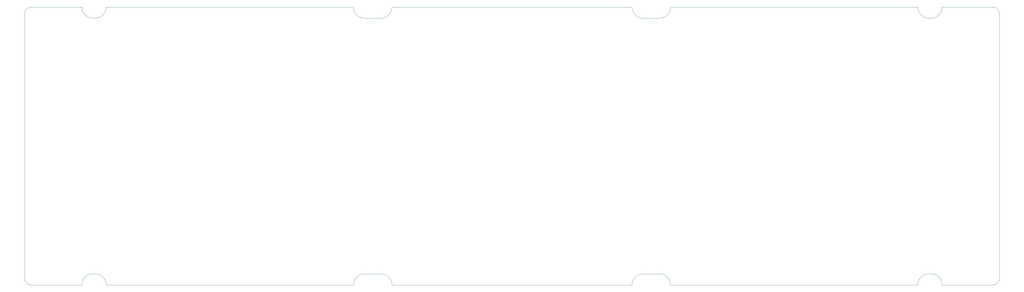
<source format=gm1>
G04 #@! TF.GenerationSoftware,KiCad,Pcbnew,(5.1.5)-3*
G04 #@! TF.CreationDate,2020-06-19T00:16:12+10:00*
G04 #@! TF.ProjectId,rei_pcb,7265695f-7063-4622-9e6b-696361645f70,rev?*
G04 #@! TF.SameCoordinates,Original*
G04 #@! TF.FileFunction,Profile,NP*
%FSLAX46Y46*%
G04 Gerber Fmt 4.6, Leading zero omitted, Abs format (unit mm)*
G04 Created by KiCad (PCBNEW (5.1.5)-3) date 2020-06-19 00:16:12*
%MOMM*%
%LPD*%
G04 APERTURE LIST*
%ADD10C,0.050000*%
G04 APERTURE END LIST*
D10*
X47244000Y-35560000D02*
X48006000Y-35560000D01*
X145415000Y-35560000D02*
X145669000Y-35560000D01*
X140462000Y-35560000D02*
X140081000Y-35560000D01*
X235712000Y-35560000D02*
X235331000Y-35560000D01*
X240919000Y-35560000D02*
X240538000Y-35560000D01*
X333129985Y-35557572D02*
X333756000Y-35560000D01*
X332994000Y-123190000D02*
X333756000Y-123190000D01*
X240538000Y-123190000D02*
X240919000Y-123190000D01*
X235712000Y-123190000D02*
X235331000Y-123190000D01*
X145288000Y-123190000D02*
X145669000Y-123190000D01*
X140462000Y-123190000D02*
X140081000Y-123190000D01*
X47244000Y-123190000D02*
X48006000Y-123190000D01*
X235712000Y-123190000D02*
X240538000Y-123190000D01*
X140462000Y-123190000D02*
X145288000Y-123190000D01*
X140462000Y-35560000D02*
X145415000Y-35560000D01*
X240538000Y-35560000D02*
X235712000Y-35560000D01*
X244729000Y-31750000D02*
G75*
G02X240919000Y-35560000I-3810000J0D01*
G01*
X333129985Y-35557572D02*
G75*
G02X329184000Y-31750000I-135985J3807572D01*
G01*
X337566000Y-31750000D02*
G75*
G02X333756000Y-35560000I-3810000J0D01*
G01*
X235331000Y-35560000D02*
G75*
G02X231521000Y-31750000I0J3810000D01*
G01*
X140081000Y-35560000D02*
G75*
G02X136271000Y-31750000I0J3810000D01*
G01*
X149479000Y-31750000D02*
G75*
G02X145669000Y-35560000I-3810000J0D01*
G01*
X47244000Y-35560000D02*
G75*
G02X43434000Y-31750000I0J3810000D01*
G01*
X51816000Y-31750000D02*
G75*
G02X48006000Y-35560000I-3810000J0D01*
G01*
X48006000Y-123190000D02*
G75*
G02X51816000Y-127000000I0J-3810000D01*
G01*
X43434000Y-127000000D02*
G75*
G02X47244000Y-123190000I3810000J0D01*
G01*
X240919000Y-123190000D02*
G75*
G02X244729000Y-127000000I0J-3810000D01*
G01*
X231521000Y-127000000D02*
G75*
G02X235331000Y-123190000I3810000J0D01*
G01*
X145669000Y-123190000D02*
G75*
G02X149479000Y-127000000I0J-3810000D01*
G01*
X136271000Y-127000000D02*
G75*
G02X140081000Y-123190000I3810000J0D01*
G01*
X333756000Y-123190000D02*
G75*
G02X337566000Y-127000000I0J-3810000D01*
G01*
X329184000Y-127000000D02*
G75*
G02X332994000Y-123190000I3810000J0D01*
G01*
X23812500Y-34131250D02*
G75*
G02X26193750Y-31750000I2381250J0D01*
G01*
X43434000Y-127000000D02*
X26193750Y-127000000D01*
X51816000Y-127000000D02*
X136271000Y-127000000D01*
X231521000Y-127000000D02*
X149479000Y-127000000D01*
X329184000Y-127000000D02*
X244729000Y-127000000D01*
X354806250Y-127000000D02*
X337566000Y-127000000D01*
X337566000Y-31750000D02*
X354806250Y-31750000D01*
X244729000Y-31750000D02*
X329184000Y-31750000D01*
X149479000Y-31750000D02*
X231521000Y-31750000D01*
X51816000Y-31750000D02*
X136271000Y-31750000D01*
X26193750Y-31750000D02*
X43434000Y-31750000D01*
X23812500Y-124618750D02*
X23812500Y-34131250D01*
X357187500Y-34131250D02*
X357187500Y-124618750D01*
X354806250Y-31750000D02*
G75*
G02X357187500Y-34131250I0J-2381250D01*
G01*
X357187500Y-124618750D02*
G75*
G02X354806250Y-127000000I-2381250J0D01*
G01*
X26193750Y-127000000D02*
G75*
G02X23812500Y-124618750I0J2381250D01*
G01*
M02*

</source>
